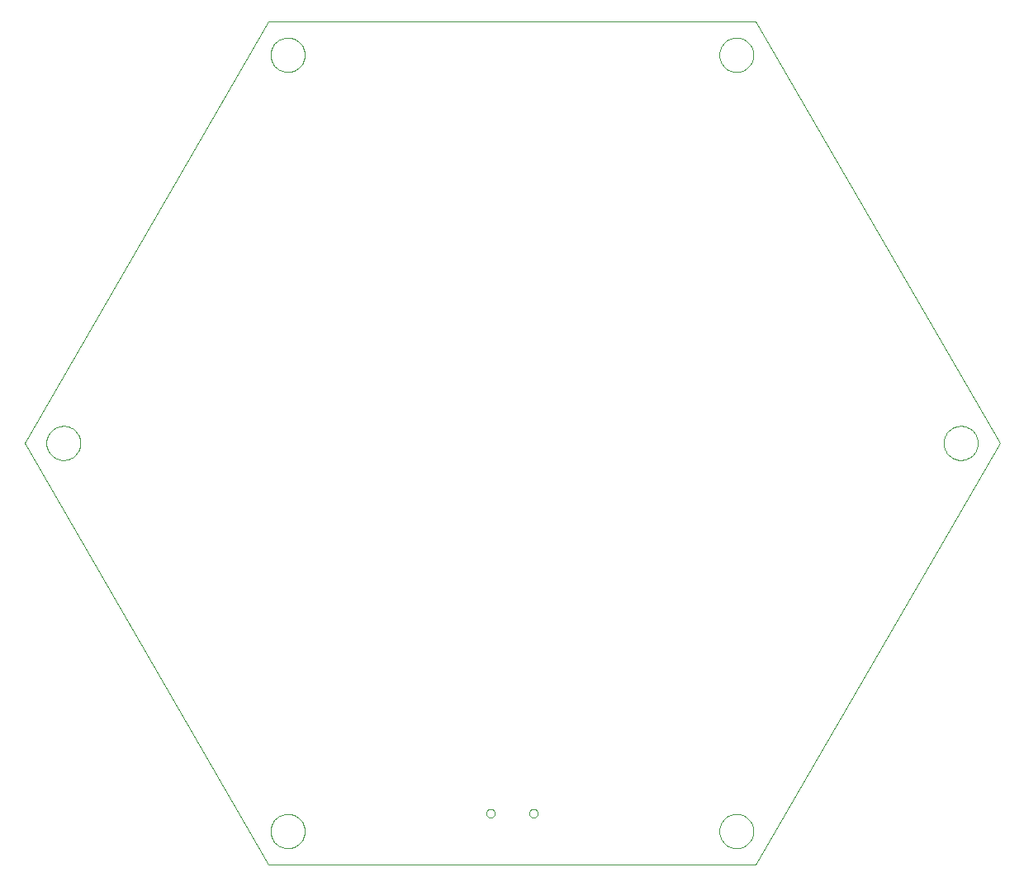
<source format=gbp>
G75*
%MOIN*%
%OFA0B0*%
%FSLAX24Y24*%
%IPPOS*%
%LPD*%
%AMOC8*
5,1,8,0,0,1.08239X$1,22.5*
%
%ADD10C,0.0000*%
D10*
X009993Y000376D02*
X000150Y017423D01*
X009993Y034471D01*
X029678Y034471D01*
X039520Y017423D01*
X029678Y000376D01*
X009993Y000376D01*
X010091Y001740D02*
X010093Y001792D01*
X010099Y001844D01*
X010109Y001895D01*
X010122Y001945D01*
X010140Y001995D01*
X010161Y002042D01*
X010185Y002088D01*
X010214Y002132D01*
X010245Y002174D01*
X010279Y002213D01*
X010316Y002250D01*
X010356Y002283D01*
X010399Y002314D01*
X010443Y002341D01*
X010489Y002365D01*
X010538Y002385D01*
X010587Y002401D01*
X010638Y002414D01*
X010689Y002423D01*
X010741Y002428D01*
X010793Y002429D01*
X010845Y002426D01*
X010897Y002419D01*
X010948Y002408D01*
X010998Y002394D01*
X011047Y002375D01*
X011094Y002353D01*
X011139Y002328D01*
X011183Y002299D01*
X011224Y002267D01*
X011263Y002232D01*
X011298Y002194D01*
X011331Y002153D01*
X011361Y002111D01*
X011387Y002066D01*
X011410Y002019D01*
X011429Y001970D01*
X011445Y001920D01*
X011457Y001870D01*
X011465Y001818D01*
X011469Y001766D01*
X011469Y001714D01*
X011465Y001662D01*
X011457Y001610D01*
X011445Y001560D01*
X011429Y001510D01*
X011410Y001461D01*
X011387Y001414D01*
X011361Y001369D01*
X011331Y001327D01*
X011298Y001286D01*
X011263Y001248D01*
X011224Y001213D01*
X011183Y001181D01*
X011139Y001152D01*
X011094Y001127D01*
X011047Y001105D01*
X010998Y001086D01*
X010948Y001072D01*
X010897Y001061D01*
X010845Y001054D01*
X010793Y001051D01*
X010741Y001052D01*
X010689Y001057D01*
X010638Y001066D01*
X010587Y001079D01*
X010538Y001095D01*
X010489Y001115D01*
X010443Y001139D01*
X010399Y001166D01*
X010356Y001197D01*
X010316Y001230D01*
X010279Y001267D01*
X010245Y001306D01*
X010214Y001348D01*
X010185Y001392D01*
X010161Y001438D01*
X010140Y001485D01*
X010122Y001535D01*
X010109Y001585D01*
X010099Y001636D01*
X010093Y001688D01*
X010091Y001740D01*
X018792Y002463D02*
X018794Y002489D01*
X018800Y002515D01*
X018810Y002540D01*
X018823Y002563D01*
X018839Y002583D01*
X018859Y002601D01*
X018881Y002616D01*
X018904Y002628D01*
X018930Y002636D01*
X018956Y002640D01*
X018982Y002640D01*
X019008Y002636D01*
X019034Y002628D01*
X019058Y002616D01*
X019079Y002601D01*
X019099Y002583D01*
X019115Y002563D01*
X019128Y002540D01*
X019138Y002515D01*
X019144Y002489D01*
X019146Y002463D01*
X019144Y002437D01*
X019138Y002411D01*
X019128Y002386D01*
X019115Y002363D01*
X019099Y002343D01*
X019079Y002325D01*
X019057Y002310D01*
X019034Y002298D01*
X019008Y002290D01*
X018982Y002286D01*
X018956Y002286D01*
X018930Y002290D01*
X018904Y002298D01*
X018880Y002310D01*
X018859Y002325D01*
X018839Y002343D01*
X018823Y002363D01*
X018810Y002386D01*
X018800Y002411D01*
X018794Y002437D01*
X018792Y002463D01*
X020524Y002463D02*
X020526Y002489D01*
X020532Y002515D01*
X020542Y002540D01*
X020555Y002563D01*
X020571Y002583D01*
X020591Y002601D01*
X020613Y002616D01*
X020636Y002628D01*
X020662Y002636D01*
X020688Y002640D01*
X020714Y002640D01*
X020740Y002636D01*
X020766Y002628D01*
X020790Y002616D01*
X020811Y002601D01*
X020831Y002583D01*
X020847Y002563D01*
X020860Y002540D01*
X020870Y002515D01*
X020876Y002489D01*
X020878Y002463D01*
X020876Y002437D01*
X020870Y002411D01*
X020860Y002386D01*
X020847Y002363D01*
X020831Y002343D01*
X020811Y002325D01*
X020789Y002310D01*
X020766Y002298D01*
X020740Y002290D01*
X020714Y002286D01*
X020688Y002286D01*
X020662Y002290D01*
X020636Y002298D01*
X020612Y002310D01*
X020591Y002325D01*
X020571Y002343D01*
X020555Y002363D01*
X020542Y002386D01*
X020532Y002411D01*
X020526Y002437D01*
X020524Y002463D01*
X028201Y001740D02*
X028203Y001792D01*
X028209Y001844D01*
X028219Y001895D01*
X028232Y001945D01*
X028250Y001995D01*
X028271Y002042D01*
X028295Y002088D01*
X028324Y002132D01*
X028355Y002174D01*
X028389Y002213D01*
X028426Y002250D01*
X028466Y002283D01*
X028509Y002314D01*
X028553Y002341D01*
X028599Y002365D01*
X028648Y002385D01*
X028697Y002401D01*
X028748Y002414D01*
X028799Y002423D01*
X028851Y002428D01*
X028903Y002429D01*
X028955Y002426D01*
X029007Y002419D01*
X029058Y002408D01*
X029108Y002394D01*
X029157Y002375D01*
X029204Y002353D01*
X029249Y002328D01*
X029293Y002299D01*
X029334Y002267D01*
X029373Y002232D01*
X029408Y002194D01*
X029441Y002153D01*
X029471Y002111D01*
X029497Y002066D01*
X029520Y002019D01*
X029539Y001970D01*
X029555Y001920D01*
X029567Y001870D01*
X029575Y001818D01*
X029579Y001766D01*
X029579Y001714D01*
X029575Y001662D01*
X029567Y001610D01*
X029555Y001560D01*
X029539Y001510D01*
X029520Y001461D01*
X029497Y001414D01*
X029471Y001369D01*
X029441Y001327D01*
X029408Y001286D01*
X029373Y001248D01*
X029334Y001213D01*
X029293Y001181D01*
X029249Y001152D01*
X029204Y001127D01*
X029157Y001105D01*
X029108Y001086D01*
X029058Y001072D01*
X029007Y001061D01*
X028955Y001054D01*
X028903Y001051D01*
X028851Y001052D01*
X028799Y001057D01*
X028748Y001066D01*
X028697Y001079D01*
X028648Y001095D01*
X028599Y001115D01*
X028553Y001139D01*
X028509Y001166D01*
X028466Y001197D01*
X028426Y001230D01*
X028389Y001267D01*
X028355Y001306D01*
X028324Y001348D01*
X028295Y001392D01*
X028271Y001438D01*
X028250Y001485D01*
X028232Y001535D01*
X028219Y001585D01*
X028209Y001636D01*
X028203Y001688D01*
X028201Y001740D01*
X037256Y017423D02*
X037258Y017475D01*
X037264Y017527D01*
X037274Y017578D01*
X037287Y017628D01*
X037305Y017678D01*
X037326Y017725D01*
X037350Y017771D01*
X037379Y017815D01*
X037410Y017857D01*
X037444Y017896D01*
X037481Y017933D01*
X037521Y017966D01*
X037564Y017997D01*
X037608Y018024D01*
X037654Y018048D01*
X037703Y018068D01*
X037752Y018084D01*
X037803Y018097D01*
X037854Y018106D01*
X037906Y018111D01*
X037958Y018112D01*
X038010Y018109D01*
X038062Y018102D01*
X038113Y018091D01*
X038163Y018077D01*
X038212Y018058D01*
X038259Y018036D01*
X038304Y018011D01*
X038348Y017982D01*
X038389Y017950D01*
X038428Y017915D01*
X038463Y017877D01*
X038496Y017836D01*
X038526Y017794D01*
X038552Y017749D01*
X038575Y017702D01*
X038594Y017653D01*
X038610Y017603D01*
X038622Y017553D01*
X038630Y017501D01*
X038634Y017449D01*
X038634Y017397D01*
X038630Y017345D01*
X038622Y017293D01*
X038610Y017243D01*
X038594Y017193D01*
X038575Y017144D01*
X038552Y017097D01*
X038526Y017052D01*
X038496Y017010D01*
X038463Y016969D01*
X038428Y016931D01*
X038389Y016896D01*
X038348Y016864D01*
X038304Y016835D01*
X038259Y016810D01*
X038212Y016788D01*
X038163Y016769D01*
X038113Y016755D01*
X038062Y016744D01*
X038010Y016737D01*
X037958Y016734D01*
X037906Y016735D01*
X037854Y016740D01*
X037803Y016749D01*
X037752Y016762D01*
X037703Y016778D01*
X037654Y016798D01*
X037608Y016822D01*
X037564Y016849D01*
X037521Y016880D01*
X037481Y016913D01*
X037444Y016950D01*
X037410Y016989D01*
X037379Y017031D01*
X037350Y017075D01*
X037326Y017121D01*
X037305Y017168D01*
X037287Y017218D01*
X037274Y017268D01*
X037264Y017319D01*
X037258Y017371D01*
X037256Y017423D01*
X028201Y033107D02*
X028203Y033159D01*
X028209Y033211D01*
X028219Y033262D01*
X028232Y033312D01*
X028250Y033362D01*
X028271Y033409D01*
X028295Y033455D01*
X028324Y033499D01*
X028355Y033541D01*
X028389Y033580D01*
X028426Y033617D01*
X028466Y033650D01*
X028509Y033681D01*
X028553Y033708D01*
X028599Y033732D01*
X028648Y033752D01*
X028697Y033768D01*
X028748Y033781D01*
X028799Y033790D01*
X028851Y033795D01*
X028903Y033796D01*
X028955Y033793D01*
X029007Y033786D01*
X029058Y033775D01*
X029108Y033761D01*
X029157Y033742D01*
X029204Y033720D01*
X029249Y033695D01*
X029293Y033666D01*
X029334Y033634D01*
X029373Y033599D01*
X029408Y033561D01*
X029441Y033520D01*
X029471Y033478D01*
X029497Y033433D01*
X029520Y033386D01*
X029539Y033337D01*
X029555Y033287D01*
X029567Y033237D01*
X029575Y033185D01*
X029579Y033133D01*
X029579Y033081D01*
X029575Y033029D01*
X029567Y032977D01*
X029555Y032927D01*
X029539Y032877D01*
X029520Y032828D01*
X029497Y032781D01*
X029471Y032736D01*
X029441Y032694D01*
X029408Y032653D01*
X029373Y032615D01*
X029334Y032580D01*
X029293Y032548D01*
X029249Y032519D01*
X029204Y032494D01*
X029157Y032472D01*
X029108Y032453D01*
X029058Y032439D01*
X029007Y032428D01*
X028955Y032421D01*
X028903Y032418D01*
X028851Y032419D01*
X028799Y032424D01*
X028748Y032433D01*
X028697Y032446D01*
X028648Y032462D01*
X028599Y032482D01*
X028553Y032506D01*
X028509Y032533D01*
X028466Y032564D01*
X028426Y032597D01*
X028389Y032634D01*
X028355Y032673D01*
X028324Y032715D01*
X028295Y032759D01*
X028271Y032805D01*
X028250Y032852D01*
X028232Y032902D01*
X028219Y032952D01*
X028209Y033003D01*
X028203Y033055D01*
X028201Y033107D01*
X010091Y033107D02*
X010093Y033159D01*
X010099Y033211D01*
X010109Y033262D01*
X010122Y033312D01*
X010140Y033362D01*
X010161Y033409D01*
X010185Y033455D01*
X010214Y033499D01*
X010245Y033541D01*
X010279Y033580D01*
X010316Y033617D01*
X010356Y033650D01*
X010399Y033681D01*
X010443Y033708D01*
X010489Y033732D01*
X010538Y033752D01*
X010587Y033768D01*
X010638Y033781D01*
X010689Y033790D01*
X010741Y033795D01*
X010793Y033796D01*
X010845Y033793D01*
X010897Y033786D01*
X010948Y033775D01*
X010998Y033761D01*
X011047Y033742D01*
X011094Y033720D01*
X011139Y033695D01*
X011183Y033666D01*
X011224Y033634D01*
X011263Y033599D01*
X011298Y033561D01*
X011331Y033520D01*
X011361Y033478D01*
X011387Y033433D01*
X011410Y033386D01*
X011429Y033337D01*
X011445Y033287D01*
X011457Y033237D01*
X011465Y033185D01*
X011469Y033133D01*
X011469Y033081D01*
X011465Y033029D01*
X011457Y032977D01*
X011445Y032927D01*
X011429Y032877D01*
X011410Y032828D01*
X011387Y032781D01*
X011361Y032736D01*
X011331Y032694D01*
X011298Y032653D01*
X011263Y032615D01*
X011224Y032580D01*
X011183Y032548D01*
X011139Y032519D01*
X011094Y032494D01*
X011047Y032472D01*
X010998Y032453D01*
X010948Y032439D01*
X010897Y032428D01*
X010845Y032421D01*
X010793Y032418D01*
X010741Y032419D01*
X010689Y032424D01*
X010638Y032433D01*
X010587Y032446D01*
X010538Y032462D01*
X010489Y032482D01*
X010443Y032506D01*
X010399Y032533D01*
X010356Y032564D01*
X010316Y032597D01*
X010279Y032634D01*
X010245Y032673D01*
X010214Y032715D01*
X010185Y032759D01*
X010161Y032805D01*
X010140Y032852D01*
X010122Y032902D01*
X010109Y032952D01*
X010099Y033003D01*
X010093Y033055D01*
X010091Y033107D01*
X001036Y017423D02*
X001038Y017475D01*
X001044Y017527D01*
X001054Y017578D01*
X001067Y017628D01*
X001085Y017678D01*
X001106Y017725D01*
X001130Y017771D01*
X001159Y017815D01*
X001190Y017857D01*
X001224Y017896D01*
X001261Y017933D01*
X001301Y017966D01*
X001344Y017997D01*
X001388Y018024D01*
X001434Y018048D01*
X001483Y018068D01*
X001532Y018084D01*
X001583Y018097D01*
X001634Y018106D01*
X001686Y018111D01*
X001738Y018112D01*
X001790Y018109D01*
X001842Y018102D01*
X001893Y018091D01*
X001943Y018077D01*
X001992Y018058D01*
X002039Y018036D01*
X002084Y018011D01*
X002128Y017982D01*
X002169Y017950D01*
X002208Y017915D01*
X002243Y017877D01*
X002276Y017836D01*
X002306Y017794D01*
X002332Y017749D01*
X002355Y017702D01*
X002374Y017653D01*
X002390Y017603D01*
X002402Y017553D01*
X002410Y017501D01*
X002414Y017449D01*
X002414Y017397D01*
X002410Y017345D01*
X002402Y017293D01*
X002390Y017243D01*
X002374Y017193D01*
X002355Y017144D01*
X002332Y017097D01*
X002306Y017052D01*
X002276Y017010D01*
X002243Y016969D01*
X002208Y016931D01*
X002169Y016896D01*
X002128Y016864D01*
X002084Y016835D01*
X002039Y016810D01*
X001992Y016788D01*
X001943Y016769D01*
X001893Y016755D01*
X001842Y016744D01*
X001790Y016737D01*
X001738Y016734D01*
X001686Y016735D01*
X001634Y016740D01*
X001583Y016749D01*
X001532Y016762D01*
X001483Y016778D01*
X001434Y016798D01*
X001388Y016822D01*
X001344Y016849D01*
X001301Y016880D01*
X001261Y016913D01*
X001224Y016950D01*
X001190Y016989D01*
X001159Y017031D01*
X001130Y017075D01*
X001106Y017121D01*
X001085Y017168D01*
X001067Y017218D01*
X001054Y017268D01*
X001044Y017319D01*
X001038Y017371D01*
X001036Y017423D01*
M02*

</source>
